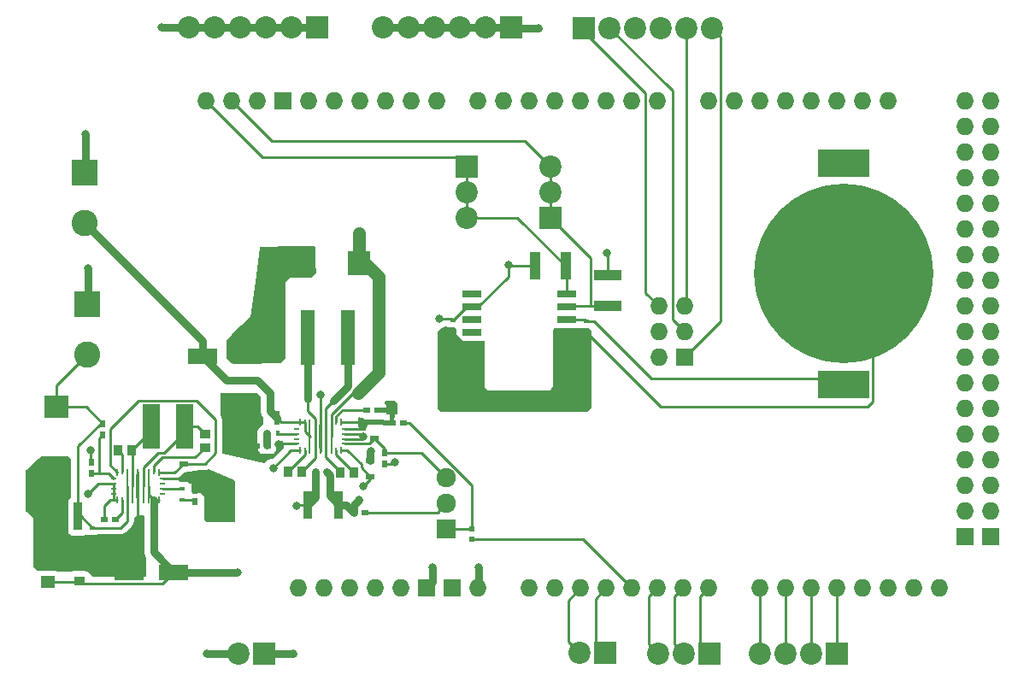
<source format=gtl>
G04 #@! TF.GenerationSoftware,KiCad,Pcbnew,6.0.2+dfsg-1*
G04 #@! TF.CreationDate,2024-03-01T17:34:31+01:00*
G04 #@! TF.ProjectId,controller_pcb,636f6e74-726f-46c6-9c65-725f7063622e,v01*
G04 #@! TF.SameCoordinates,Original*
G04 #@! TF.FileFunction,Copper,L1,Top*
G04 #@! TF.FilePolarity,Positive*
%FSLAX46Y46*%
G04 Gerber Fmt 4.6, Leading zero omitted, Abs format (unit mm)*
G04 Created by KiCad (PCBNEW 6.0.2+dfsg-1) date 2024-03-01 17:34:31*
%MOMM*%
%LPD*%
G01*
G04 APERTURE LIST*
G04 #@! TA.AperFunction,ComponentPad*
%ADD10O,1.727200X1.727200*%
G04 #@! TD*
G04 #@! TA.AperFunction,ComponentPad*
%ADD11R,1.727200X1.727200*%
G04 #@! TD*
G04 #@! TA.AperFunction,SMDPad,CuDef*
%ADD12R,5.080000X2.790000*%
G04 #@! TD*
G04 #@! TA.AperFunction,SMDPad,CuDef*
%ADD13C,17.780000*%
G04 #@! TD*
G04 #@! TA.AperFunction,ComponentPad*
%ADD14C,2.200000*%
G04 #@! TD*
G04 #@! TA.AperFunction,ComponentPad*
%ADD15R,2.200000X2.200000*%
G04 #@! TD*
G04 #@! TA.AperFunction,SMDPad,CuDef*
%ADD16R,1.000000X0.950000*%
G04 #@! TD*
G04 #@! TA.AperFunction,SMDPad,CuDef*
%ADD17R,3.000000X1.600000*%
G04 #@! TD*
G04 #@! TA.AperFunction,SMDPad,CuDef*
%ADD18R,0.600000X0.250000*%
G04 #@! TD*
G04 #@! TA.AperFunction,SMDPad,CuDef*
%ADD19R,0.250000X0.650000*%
G04 #@! TD*
G04 #@! TA.AperFunction,SMDPad,CuDef*
%ADD20R,0.250000X0.600000*%
G04 #@! TD*
G04 #@! TA.AperFunction,SMDPad,CuDef*
%ADD21R,0.250000X3.400000*%
G04 #@! TD*
G04 #@! TA.AperFunction,SMDPad,CuDef*
%ADD22R,0.330000X2.350000*%
G04 #@! TD*
G04 #@! TA.AperFunction,SMDPad,CuDef*
%ADD23R,0.250000X0.525000*%
G04 #@! TD*
G04 #@! TA.AperFunction,SMDPad,CuDef*
%ADD24R,0.990000X0.810000*%
G04 #@! TD*
G04 #@! TA.AperFunction,SMDPad,CuDef*
%ADD25R,0.620000X0.420000*%
G04 #@! TD*
G04 #@! TA.AperFunction,SMDPad,CuDef*
%ADD26R,0.810000X0.990000*%
G04 #@! TD*
G04 #@! TA.AperFunction,SMDPad,CuDef*
%ADD27R,0.750000X0.600000*%
G04 #@! TD*
G04 #@! TA.AperFunction,ComponentPad*
%ADD28R,2.600000X2.600000*%
G04 #@! TD*
G04 #@! TA.AperFunction,ComponentPad*
%ADD29C,2.600000*%
G04 #@! TD*
G04 #@! TA.AperFunction,SMDPad,CuDef*
%ADD30R,0.420000X0.620000*%
G04 #@! TD*
G04 #@! TA.AperFunction,SMDPad,CuDef*
%ADD31R,0.940000X0.540000*%
G04 #@! TD*
G04 #@! TA.AperFunction,SMDPad,CuDef*
%ADD32R,0.920000X2.820000*%
G04 #@! TD*
G04 #@! TA.AperFunction,SMDPad,CuDef*
%ADD33R,0.600000X0.750000*%
G04 #@! TD*
G04 #@! TA.AperFunction,SMDPad,CuDef*
%ADD34R,2.450000X2.300000*%
G04 #@! TD*
G04 #@! TA.AperFunction,ComponentPad*
%ADD35R,1.920000X1.920000*%
G04 #@! TD*
G04 #@! TA.AperFunction,ComponentPad*
%ADD36C,1.920000*%
G04 #@! TD*
G04 #@! TA.AperFunction,SMDPad,CuDef*
%ADD37R,2.300000X2.450000*%
G04 #@! TD*
G04 #@! TA.AperFunction,SMDPad,CuDef*
%ADD38R,1.925000X0.650000*%
G04 #@! TD*
G04 #@! TA.AperFunction,SMDPad,CuDef*
%ADD39R,2.700000X1.100000*%
G04 #@! TD*
G04 #@! TA.AperFunction,SMDPad,CuDef*
%ADD40R,1.100000X2.700000*%
G04 #@! TD*
G04 #@! TA.AperFunction,SMDPad,CuDef*
%ADD41R,1.800000X4.500000*%
G04 #@! TD*
G04 #@! TA.AperFunction,SMDPad,CuDef*
%ADD42R,0.500000X0.475000*%
G04 #@! TD*
G04 #@! TA.AperFunction,SMDPad,CuDef*
%ADD43R,1.450000X1.150000*%
G04 #@! TD*
G04 #@! TA.AperFunction,SMDPad,CuDef*
%ADD44R,0.620000X1.470000*%
G04 #@! TD*
G04 #@! TA.AperFunction,SMDPad,CuDef*
%ADD45R,1.450000X5.500000*%
G04 #@! TD*
G04 #@! TA.AperFunction,ViaPad*
%ADD46C,0.800000*%
G04 #@! TD*
G04 #@! TA.AperFunction,Conductor*
%ADD47C,0.254000*%
G04 #@! TD*
G04 #@! TA.AperFunction,Conductor*
%ADD48C,1.270000*%
G04 #@! TD*
G04 #@! TA.AperFunction,Conductor*
%ADD49C,0.762000*%
G04 #@! TD*
G04 APERTURE END LIST*
D10*
X138540998Y-126746000D03*
X114156998Y-78486000D03*
X111616998Y-78486000D03*
X156447998Y-101346000D03*
X156447998Y-103886000D03*
X125840998Y-126746000D03*
X158987998Y-101346000D03*
X156447998Y-98806000D03*
X123300998Y-126746000D03*
D11*
X189340998Y-121666000D03*
X186800998Y-121666000D03*
X158987998Y-103886000D03*
X136000998Y-126746000D03*
X133460998Y-126746000D03*
X119236998Y-78486000D03*
D10*
X189340998Y-119126000D03*
X186800998Y-119126000D03*
X189340998Y-116586000D03*
X186800998Y-116586000D03*
X189340998Y-114046000D03*
X186800998Y-114046000D03*
X189340998Y-111506000D03*
X186800998Y-111506000D03*
X189340998Y-108966000D03*
X186800998Y-108966000D03*
X189340998Y-106426000D03*
X186800998Y-106426000D03*
X189340998Y-103886000D03*
X186800998Y-103886000D03*
X189340998Y-101346000D03*
X186800998Y-101346000D03*
X189340998Y-98806000D03*
X186800998Y-98806000D03*
X189340998Y-96266000D03*
X186800998Y-96266000D03*
X189340998Y-93726000D03*
X186800998Y-93726000D03*
X189340998Y-91186000D03*
X186800998Y-91186000D03*
X189340998Y-88646000D03*
X186800998Y-88646000D03*
X189340998Y-86106000D03*
X186800998Y-86106000D03*
X189340998Y-83566000D03*
X186800998Y-83566000D03*
X189340998Y-81026000D03*
X186800998Y-81026000D03*
X179180998Y-78486000D03*
X176640998Y-78486000D03*
X174100998Y-78486000D03*
X171560998Y-78486000D03*
X169020998Y-78486000D03*
X166480998Y-78486000D03*
X163940998Y-78486000D03*
X161400998Y-78486000D03*
X121776998Y-78486000D03*
X124316998Y-78486000D03*
X126856998Y-78486000D03*
X129396998Y-78486000D03*
X131936998Y-78486000D03*
X134476998Y-78486000D03*
X138540998Y-78486000D03*
X141080998Y-78486000D03*
X143620998Y-78486000D03*
X146160998Y-78486000D03*
X148700998Y-78486000D03*
X151240998Y-78486000D03*
X153780998Y-78486000D03*
X156320998Y-78486000D03*
X116696998Y-78486000D03*
X184260998Y-126746000D03*
X181720998Y-126746000D03*
X179180998Y-126746000D03*
X176640998Y-126746000D03*
X174100998Y-126746000D03*
X171560998Y-126746000D03*
X169020998Y-126746000D03*
X166480998Y-126746000D03*
X161400998Y-126746000D03*
X158860998Y-126746000D03*
X156320998Y-126746000D03*
X153780998Y-126746000D03*
X151240998Y-126746000D03*
X148700998Y-126746000D03*
X146160998Y-126746000D03*
X143620998Y-126746000D03*
X189340998Y-78486000D03*
X186800998Y-78486000D03*
X158987998Y-98806000D03*
X130920998Y-126746000D03*
X128380998Y-126746000D03*
X120760998Y-126746000D03*
D12*
X174752000Y-106590600D03*
X174752000Y-84620600D03*
D13*
X174752000Y-95605600D03*
D14*
X114833400Y-133223000D03*
D15*
X117373400Y-133223000D03*
D16*
X99034600Y-124422000D03*
X99034600Y-126022000D03*
D17*
X115611000Y-103759000D03*
X111211000Y-103759000D03*
D18*
X102451200Y-115886800D03*
X102451200Y-116386800D03*
X102451200Y-116886800D03*
X102451200Y-117386800D03*
D19*
X102811200Y-118011800D03*
D20*
X103311200Y-118036800D03*
D21*
X103771200Y-116636800D03*
X104311200Y-116636800D03*
D22*
X104851200Y-116636800D03*
D21*
X105391200Y-116636800D03*
X105931200Y-116636800D03*
D20*
X106391200Y-118036800D03*
D19*
X106891200Y-118011800D03*
D18*
X107251200Y-117386800D03*
X107251200Y-116886800D03*
X107251200Y-116386800D03*
X107251200Y-115886800D03*
D19*
X106891200Y-115261800D03*
D20*
X106391200Y-115236800D03*
X103311200Y-115236800D03*
D19*
X102811200Y-115261800D03*
D23*
X104851200Y-118074800D03*
X104851200Y-115198800D03*
D24*
X111475200Y-112856400D03*
X111475200Y-111476400D03*
D25*
X136042403Y-101320588D03*
X136042403Y-100220588D03*
D15*
X151130000Y-133197600D03*
D14*
X148590000Y-133197600D03*
D26*
X102836200Y-113076200D03*
X104216200Y-113076200D03*
D15*
X141782800Y-71221600D03*
D14*
X139242800Y-71221600D03*
X136702800Y-71221600D03*
X134162800Y-71221600D03*
X131622800Y-71221600D03*
X129082800Y-71221600D03*
D27*
X130006000Y-110363000D03*
X131106000Y-110363000D03*
X101507200Y-119964200D03*
X102607200Y-119964200D03*
D25*
X149225000Y-101388000D03*
X149225000Y-100288000D03*
D28*
X99568000Y-85598000D03*
D29*
X99568000Y-90598000D03*
D30*
X116810000Y-108085200D03*
X117910000Y-108085200D03*
D27*
X116556000Y-112657200D03*
X117656000Y-112657200D03*
D14*
X161747200Y-71266689D03*
X159207200Y-71266689D03*
X156667200Y-71266689D03*
X154127200Y-71266689D03*
X151587200Y-71266689D03*
D15*
X149047200Y-71266689D03*
D25*
X109195800Y-117978400D03*
X109195800Y-116878400D03*
D15*
X161493200Y-133248400D03*
D14*
X158953200Y-133248400D03*
X156413200Y-133248400D03*
D31*
X127850200Y-115684200D03*
X127850200Y-114084200D03*
D32*
X121634000Y-118491000D03*
X124714000Y-118491000D03*
D27*
X126196000Y-119253000D03*
X127296000Y-119253000D03*
D28*
X99814000Y-98592000D03*
D29*
X99814000Y-103592000D03*
D15*
X137439400Y-84963000D03*
D14*
X137439400Y-87503000D03*
X137439400Y-90043000D03*
D15*
X174096600Y-133248400D03*
D14*
X171556600Y-133248400D03*
X169016600Y-133248400D03*
X166476600Y-133248400D03*
D15*
X145669000Y-90068400D03*
D14*
X145669000Y-87528400D03*
X145669000Y-84988400D03*
D33*
X100203000Y-114283400D03*
X100203000Y-115383400D03*
D25*
X100304600Y-121860400D03*
X100304600Y-120760400D03*
D26*
X119718000Y-115197200D03*
X121098000Y-115197200D03*
D34*
X96772800Y-114982400D03*
X96772800Y-108782400D03*
D31*
X109348200Y-116009800D03*
X109348200Y-114409800D03*
D15*
X122580400Y-71170800D03*
D14*
X120040400Y-71170800D03*
X117500400Y-71170800D03*
X114960400Y-71170800D03*
X112420400Y-71170800D03*
X109880400Y-71170800D03*
D30*
X117572000Y-111387200D03*
X118672000Y-111387200D03*
D33*
X101372600Y-111543400D03*
X101372600Y-110443400D03*
D35*
X135382000Y-120904000D03*
D36*
X135382000Y-118364000D03*
X135382000Y-115824000D03*
D37*
X120572600Y-94589600D03*
X126772600Y-94589600D03*
D30*
X122398000Y-115197200D03*
X123498000Y-115197200D03*
D33*
X110491200Y-117072800D03*
X110491200Y-118172800D03*
D38*
X137883603Y-97612200D03*
X137883603Y-98882200D03*
X137883603Y-100152200D03*
X137883603Y-101422200D03*
X137883603Y-102692200D03*
X137883603Y-103962200D03*
X137883603Y-105232200D03*
X137883603Y-106502200D03*
X147307603Y-106502200D03*
X147307603Y-105232200D03*
X147307603Y-103962200D03*
X147307603Y-102692200D03*
X147307603Y-101422200D03*
X147307603Y-100152200D03*
X147307603Y-98882200D03*
X147307603Y-97612200D03*
D39*
X151358600Y-98756600D03*
X151358600Y-95756600D03*
D17*
X103972000Y-125171200D03*
X108372000Y-125171200D03*
D40*
X147219800Y-94843600D03*
X144219800Y-94843600D03*
D26*
X126250000Y-115298800D03*
X124870000Y-115298800D03*
D41*
X106142200Y-110744000D03*
X109442200Y-110744000D03*
D42*
X137922000Y-120900000D03*
X137922000Y-121924000D03*
D27*
X128578000Y-109101200D03*
X127478000Y-109101200D03*
D31*
X128270000Y-110333200D03*
X128270000Y-111933200D03*
D33*
X129298000Y-114477200D03*
X129298000Y-113377200D03*
D43*
X95885000Y-124322000D03*
X95885000Y-126122000D03*
D44*
X116576000Y-109863200D03*
X118576000Y-109863200D03*
D32*
X95819400Y-119655000D03*
X98899400Y-119655000D03*
D45*
X125647200Y-101879400D03*
X121647200Y-101879400D03*
D18*
X125336000Y-112459200D03*
X125336000Y-111959200D03*
X125336000Y-111459200D03*
X125336000Y-110959200D03*
D19*
X124976000Y-110334200D03*
D20*
X124476000Y-110309200D03*
D21*
X124016000Y-111709200D03*
X123476000Y-111709200D03*
D22*
X122936000Y-111709200D03*
D21*
X122396000Y-111709200D03*
X121856000Y-111709200D03*
D20*
X121396000Y-110309200D03*
D19*
X120896000Y-110334200D03*
D18*
X120536000Y-110959200D03*
X120536000Y-111459200D03*
X120536000Y-111959200D03*
X120536000Y-112459200D03*
D19*
X120896000Y-113084200D03*
D20*
X121396000Y-113109200D03*
X124476000Y-113109200D03*
D19*
X124976000Y-113084200D03*
D23*
X122936000Y-110271200D03*
X122936000Y-113147200D03*
D46*
X104876600Y-120065800D03*
X122961400Y-107569000D03*
X120218200Y-133223000D03*
X111633000Y-133223000D03*
X107162600Y-71145400D03*
X144500600Y-71247000D03*
X114681000Y-125196600D03*
X138557000Y-124688600D03*
X128676400Y-95935800D03*
X126644400Y-91440000D03*
X126720600Y-117983000D03*
X118262400Y-114833400D03*
X127152400Y-116687600D03*
X117906800Y-103987600D03*
X97637600Y-117119400D03*
X135051800Y-101574600D03*
X115493800Y-110464600D03*
X127889000Y-113207800D03*
X118668800Y-95605600D03*
X111912400Y-119634000D03*
X120573800Y-118592600D03*
X115951000Y-108077000D03*
X110515400Y-115925600D03*
X117906800Y-102971600D03*
X130327400Y-114300000D03*
X118668800Y-93700600D03*
X149148800Y-102336600D03*
X100177600Y-113055400D03*
X127177800Y-111734600D03*
X99872800Y-117449600D03*
X118770400Y-112522000D03*
X99872800Y-95097600D03*
X134035800Y-124688600D03*
X115519200Y-109372400D03*
X99618800Y-81762600D03*
X111633000Y-116967000D03*
X127177800Y-110667800D03*
X135940800Y-102463600D03*
X129997200Y-108889800D03*
X141528800Y-94716600D03*
X151307800Y-93573600D03*
X134721600Y-100076000D03*
D47*
X102136800Y-118011800D02*
X102460200Y-118011800D01*
X102460200Y-118011800D02*
X102811200Y-118011800D01*
X102451200Y-116386800D02*
X102451200Y-118002800D01*
X102451200Y-118002800D02*
X102460200Y-118011800D01*
X99872800Y-117449600D02*
X100935600Y-116386800D01*
X100935600Y-116386800D02*
X102451200Y-116386800D01*
X104851200Y-118074800D02*
X104851200Y-120040400D01*
X104851200Y-120040400D02*
X104876600Y-120065800D01*
X104851200Y-116636800D02*
X104851200Y-118074800D01*
X104851200Y-115198800D02*
X104851200Y-116636800D01*
X122936000Y-110271200D02*
X122936000Y-107594400D01*
X122936000Y-107594400D02*
X122961400Y-107569000D01*
X122936000Y-111709200D02*
X122936000Y-110271200D01*
X122936000Y-113147200D02*
X122936000Y-111709200D01*
X124016000Y-109549804D02*
X127165204Y-106400600D01*
D48*
X128676400Y-105385288D02*
X126657444Y-107404244D01*
X128676400Y-104902000D02*
X128676400Y-105385288D01*
D47*
X127850200Y-115684200D02*
X127850200Y-115989800D01*
X127850200Y-115989800D02*
X127152400Y-116687600D01*
X125336000Y-110959200D02*
X126886400Y-110959200D01*
X126886400Y-110959200D02*
X127177800Y-110667800D01*
X124976000Y-110334200D02*
X126844200Y-110334200D01*
X126844200Y-110334200D02*
X127177800Y-110667800D01*
X126981511Y-114477289D02*
X126981511Y-114815511D01*
X126981511Y-114815511D02*
X127850200Y-115684200D01*
X125588422Y-113084200D02*
X126981511Y-114477289D01*
X127296000Y-119253000D02*
X134493000Y-119253000D01*
X134493000Y-119253000D02*
X135382000Y-118364000D01*
D49*
X126720600Y-117983000D02*
X126196000Y-118507600D01*
X126196000Y-118507600D02*
X126196000Y-119253000D01*
D47*
X159207200Y-98586800D02*
X159207200Y-71266689D01*
D49*
X114833400Y-133223000D02*
X111633000Y-133223000D01*
X117373400Y-133223000D02*
X120218200Y-133223000D01*
D47*
X158988000Y-98806000D02*
X159207200Y-98586800D01*
X158988000Y-103886000D02*
X162591111Y-100282889D01*
X162591111Y-72110600D02*
X161747200Y-71266689D01*
X162591111Y-100282889D02*
X162591111Y-72110600D01*
D49*
X107162600Y-71145400D02*
X109855000Y-71145400D01*
X109855000Y-71145400D02*
X109880400Y-71170800D01*
X131622800Y-71221600D02*
X129082800Y-71221600D01*
X134162800Y-71221600D02*
X131622800Y-71221600D01*
X136702800Y-71221600D02*
X134162800Y-71221600D01*
X139242800Y-71221600D02*
X136702800Y-71221600D01*
X141782800Y-71221600D02*
X139242800Y-71221600D01*
X144500600Y-71247000D02*
X141808200Y-71247000D01*
X141808200Y-71247000D02*
X141782800Y-71221600D01*
X138557000Y-124688600D02*
X138557000Y-126730000D01*
X138557000Y-126730000D02*
X138541000Y-126746000D01*
D47*
X148701000Y-126746000D02*
X147490001Y-127956999D01*
X147490001Y-132097601D02*
X148590000Y-133197600D01*
X147490001Y-127956999D02*
X147490001Y-132097601D01*
X137922000Y-121924000D02*
X148959000Y-121924000D01*
X148959000Y-121924000D02*
X153781000Y-126746000D01*
X156321000Y-126746000D02*
X155457401Y-127609599D01*
X155457401Y-132292601D02*
X156413200Y-133248400D01*
X155457401Y-127609599D02*
X155457401Y-132292601D01*
X157997401Y-132292601D02*
X158953200Y-133248400D01*
X157997401Y-127609599D02*
X157997401Y-132292601D01*
X158861000Y-126746000D02*
X157997401Y-127609599D01*
X161401000Y-126746000D02*
X160537401Y-127609599D01*
X160537401Y-127609599D02*
X160537401Y-132292601D01*
X160537401Y-132292601D02*
X161493200Y-133248400D01*
X166481000Y-126746000D02*
X166481000Y-133244000D01*
X166481000Y-133244000D02*
X166476600Y-133248400D01*
X171561000Y-126746000D02*
X171561000Y-133244000D01*
X171561000Y-133244000D02*
X171556600Y-133248400D01*
X174101000Y-133244000D02*
X174096600Y-133248400D01*
X174101000Y-126746000D02*
X174101000Y-133244000D01*
X137439400Y-87503000D02*
X137439400Y-90043000D01*
X147307603Y-94931403D02*
X147219800Y-94843600D01*
X117163479Y-84032479D02*
X136508879Y-84032479D01*
X136508879Y-84032479D02*
X137439400Y-84963000D01*
X147307603Y-97612200D02*
X147307603Y-94931403D01*
X137439400Y-90043000D02*
X142419200Y-90043000D01*
X137439400Y-84963000D02*
X137439400Y-87503000D01*
X142419200Y-90043000D02*
X147219800Y-94843600D01*
X111617000Y-78486000D02*
X117163479Y-84032479D01*
X147433203Y-98756600D02*
X147307603Y-98882200D01*
X149682089Y-98704511D02*
X149630000Y-98756600D01*
X143129000Y-82448400D02*
X118119400Y-82448400D01*
X145669000Y-87528400D02*
X145669000Y-90068400D01*
X151358600Y-98756600D02*
X149630000Y-98756600D01*
X149682089Y-94081489D02*
X149682089Y-98704511D01*
X118119400Y-82448400D02*
X114157000Y-78486000D01*
X147433203Y-98756600D02*
X149630000Y-98756600D01*
X145669000Y-84988400D02*
X143129000Y-82448400D01*
X145669000Y-90068400D02*
X149682089Y-94081489D01*
X145669000Y-84988400D02*
X145669000Y-87528400D01*
X124476000Y-113109200D02*
X124476000Y-113524800D01*
X126250000Y-115298800D02*
X124476000Y-113524800D01*
X123476000Y-111709200D02*
X123476000Y-108934000D01*
D49*
X125647200Y-101879400D02*
X125647200Y-106609080D01*
X125647200Y-106762800D02*
X124231400Y-108178600D01*
D47*
X124870000Y-115208800D02*
X123476000Y-113814800D01*
X124870000Y-115298800D02*
X124870000Y-115208800D01*
X123476000Y-108934000D02*
X124231400Y-108178600D01*
D49*
X125647200Y-106609080D02*
X125647200Y-106762800D01*
D47*
X123476000Y-113814800D02*
X123476000Y-111709200D01*
X103311200Y-113551200D02*
X103311200Y-115236800D01*
X102836200Y-113076200D02*
X103311200Y-113551200D01*
X104311200Y-113171200D02*
X104311200Y-116636800D01*
X106142200Y-111150200D02*
X104216200Y-113076200D01*
X106142200Y-110744000D02*
X106142200Y-111150200D01*
X104216200Y-113076200D02*
X104311200Y-113171200D01*
X121396000Y-113519200D02*
X119718000Y-115197200D01*
X121396000Y-113519200D02*
X121396000Y-113109200D01*
X121640600Y-108051600D02*
X121640600Y-109188089D01*
X122396000Y-113899200D02*
X121098000Y-115197200D01*
D49*
X121647200Y-108045000D02*
X121647200Y-101879400D01*
D47*
X122396000Y-109943489D02*
X122396000Y-111709200D01*
X122396000Y-111709200D02*
X122396000Y-113899200D01*
D49*
X121640600Y-108051600D02*
X121647200Y-108045000D01*
D47*
X121640600Y-109188089D02*
X122396000Y-109943489D01*
X110518311Y-113813289D02*
X111475200Y-112856400D01*
X106391200Y-115236800D02*
X106391200Y-114658778D01*
X107236689Y-113813289D02*
X110518311Y-113813289D01*
X106391200Y-114658778D02*
X107236689Y-113813289D01*
X107405489Y-113320511D02*
X109442200Y-111283800D01*
X110742800Y-110744000D02*
X111475200Y-111476400D01*
X105391200Y-114750600D02*
X105391200Y-116636800D01*
X106821289Y-113320511D02*
X107405489Y-113320511D01*
X109442200Y-110744000D02*
X110742800Y-110744000D01*
X105391200Y-114750600D02*
X106821289Y-113320511D01*
X109195800Y-116878400D02*
X107259600Y-116878400D01*
X107259600Y-116878400D02*
X107251200Y-116886800D01*
X118672000Y-111387200D02*
X118792489Y-111507689D01*
X120536000Y-111459200D02*
X118744000Y-111459200D01*
X96772800Y-108782400D02*
X96772800Y-106633200D01*
X96772800Y-106633200D02*
X99814000Y-103592000D01*
X96772800Y-108782400D02*
X99711600Y-108782400D01*
X98899400Y-119655000D02*
X98899400Y-112688578D01*
D49*
X125434000Y-118491000D02*
X126196000Y-119253000D01*
D47*
X100304600Y-120760400D02*
X103139022Y-120760400D01*
D49*
X124714000Y-118491000D02*
X125434000Y-118491000D01*
X126772600Y-91568200D02*
X126644400Y-91440000D01*
X123825000Y-117602000D02*
X124714000Y-118491000D01*
D47*
X98899400Y-119655000D02*
X99199200Y-119655000D01*
D48*
X127330200Y-94589600D02*
X128676400Y-95935800D01*
D47*
X101144578Y-110443400D02*
X101372600Y-110443400D01*
X99711600Y-108782400D02*
X101372600Y-110443400D01*
X124016000Y-111709200D02*
X124016000Y-109549804D01*
X99199200Y-119655000D02*
X100304600Y-120760400D01*
X103811200Y-120088222D02*
X103811200Y-116636800D01*
X98899400Y-112688578D02*
X101144578Y-110443400D01*
D48*
X126772600Y-94589600D02*
X126772600Y-91568200D01*
D49*
X123825000Y-115524200D02*
X123825000Y-117602000D01*
D47*
X103139022Y-120760400D02*
X103811200Y-120088222D01*
D49*
X123825000Y-115524200D02*
X123498000Y-115197200D01*
X126772600Y-94589600D02*
X127330200Y-94589600D01*
D48*
X128676400Y-95935800D02*
X128676400Y-104902000D01*
D47*
X131740402Y-110363000D02*
X137922000Y-116544598D01*
X137918000Y-120904000D02*
X137922000Y-120900000D01*
X135382000Y-120904000D02*
X137918000Y-120904000D01*
X137922000Y-116544598D02*
X137922000Y-120900000D01*
X131106000Y-110363000D02*
X131740402Y-110363000D01*
D49*
X117572000Y-111387200D02*
X117572000Y-112573200D01*
D47*
X117572000Y-112573200D02*
X117656000Y-112657200D01*
X109195800Y-117978400D02*
X110296800Y-117978400D01*
X110296800Y-117978400D02*
X110491200Y-118172800D01*
X129298000Y-113377200D02*
X132935200Y-113377200D01*
X129298000Y-112961200D02*
X128270000Y-111933200D01*
X129298000Y-113377200D02*
X129298000Y-112961200D01*
X125336000Y-112459200D02*
X127744000Y-112459200D01*
X132935200Y-113377200D02*
X135382000Y-115824000D01*
X127744000Y-112459200D02*
X128270000Y-111933200D01*
X120011600Y-113084200D02*
X118262400Y-114833400D01*
X124976000Y-113084200D02*
X125588422Y-113084200D01*
X120896000Y-113084200D02*
X120011600Y-113084200D01*
X112522000Y-113362622D02*
X111474822Y-114409800D01*
X112522000Y-110032800D02*
X112522000Y-113362622D01*
X102811200Y-115261800D02*
X102104689Y-114555289D01*
X106891200Y-115261800D02*
X108496200Y-115261800D01*
X104915689Y-108167489D02*
X110656689Y-108167489D01*
X108496200Y-115261800D02*
X109348200Y-114409800D01*
X110656689Y-108167489D02*
X112522000Y-110032800D01*
X111474822Y-114409800D02*
X109348200Y-114409800D01*
X102104689Y-114555289D02*
X102104689Y-110978489D01*
X102104689Y-110978489D02*
X104915689Y-108167489D01*
X147307603Y-100152200D02*
X149089200Y-100152200D01*
X149089200Y-100152200D02*
X149225000Y-100288000D01*
X149225000Y-100288000D02*
X150007243Y-100288000D01*
X155674843Y-105955600D02*
X174752000Y-105955600D01*
X150007243Y-100288000D02*
X155674843Y-105955600D01*
X124476000Y-110309200D02*
X124476000Y-109731178D01*
X125105978Y-109101200D02*
X127478000Y-109101200D01*
X124476000Y-109731178D02*
X125105978Y-109101200D01*
X101372600Y-111543400D02*
X101017889Y-111898111D01*
X101017889Y-111898111D02*
X101017889Y-115267289D01*
X100203000Y-115383400D02*
X101134000Y-115383400D01*
X101947800Y-115383400D02*
X102451200Y-115886800D01*
X101134000Y-115383400D02*
X101947800Y-115383400D01*
X101017889Y-115267289D02*
X101134000Y-115383400D01*
X103311200Y-118036800D02*
X103311200Y-119260200D01*
X103311200Y-119260200D02*
X102607200Y-119964200D01*
X150199479Y-132267079D02*
X151130000Y-133197600D01*
X150199479Y-127787521D02*
X150199479Y-132267079D01*
X151241000Y-126746000D02*
X150199479Y-127787521D01*
X169021000Y-133244000D02*
X169016600Y-133248400D01*
X169021000Y-126746000D02*
X169021000Y-133244000D01*
X177618511Y-97837111D02*
X177618511Y-108312111D01*
X103068600Y-125039600D02*
X103972000Y-125039600D01*
D49*
X114960400Y-71170800D02*
X117500400Y-71170800D01*
X99872800Y-95097600D02*
X99872800Y-98533200D01*
X109880400Y-71170800D02*
X112420400Y-71170800D01*
D47*
X147307603Y-105232200D02*
X147307603Y-103962200D01*
X126902400Y-111459200D02*
X127177800Y-111734600D01*
X147307603Y-101422200D02*
X149190800Y-101422200D01*
X177618511Y-108312111D02*
X177117022Y-108813600D01*
D49*
X122398000Y-117727000D02*
X121634000Y-118491000D01*
D47*
X137883603Y-105232200D02*
X137883603Y-106502200D01*
D49*
X112420400Y-71170800D02*
X114960400Y-71170800D01*
D47*
X128578000Y-109101200D02*
X128578000Y-108912000D01*
X125336000Y-111959200D02*
X126953200Y-111959200D01*
X116576000Y-112637200D02*
X116556000Y-112657200D01*
X137246103Y-102692200D02*
X136042403Y-101488500D01*
X129298000Y-114477200D02*
X130150200Y-114477200D01*
X177117022Y-108813600D02*
X156650600Y-108813600D01*
X121634000Y-118491000D02*
X120675400Y-118491000D01*
X100177600Y-113055400D02*
X100177600Y-114258000D01*
X125336000Y-111459200D02*
X126902400Y-111459200D01*
X109225200Y-115886800D02*
X109348200Y-116009800D01*
X147307603Y-103962200D02*
X147307603Y-102692200D01*
X149190800Y-101422200D02*
X149225000Y-101388000D01*
X101507200Y-118641400D02*
X102136800Y-118011800D01*
D49*
X99618800Y-81762600D02*
X99618800Y-85547200D01*
X120040400Y-71170800D02*
X122580400Y-71170800D01*
D47*
X147307603Y-106502200D02*
X147307603Y-105232200D01*
X137883603Y-102692200D02*
X137883603Y-103962200D01*
D49*
X99872800Y-98533200D02*
X99814000Y-98592000D01*
D47*
X120675400Y-118491000D02*
X120573800Y-118592600D01*
X137883603Y-102692200D02*
X137246103Y-102692200D01*
D49*
X127850200Y-114084200D02*
X127850200Y-113246600D01*
D47*
X130150200Y-114477200D02*
X130327400Y-114300000D01*
X137883603Y-103962200D02*
X137883603Y-105232200D01*
D49*
X122398000Y-115197200D02*
X122398000Y-117727000D01*
D47*
X109348200Y-116009800D02*
X109428200Y-116009800D01*
D49*
X117500400Y-71170800D02*
X120040400Y-71170800D01*
D47*
X101507200Y-119964200D02*
X101507200Y-118641400D01*
X107251200Y-115886800D02*
X109225200Y-115886800D01*
D49*
X134035800Y-126171200D02*
X133461000Y-126746000D01*
X134035800Y-124688600D02*
X134035800Y-126171200D01*
D47*
X126953200Y-111959200D02*
X127177800Y-111734600D01*
X136042403Y-101488500D02*
X136042403Y-101320588D01*
X156650600Y-108813600D02*
X149225000Y-101388000D01*
X100177600Y-114258000D02*
X100203000Y-114283400D01*
X120536000Y-112459200D02*
X118758400Y-112459200D01*
X147307603Y-102692200D02*
X147307603Y-101422200D01*
X118758400Y-112459200D02*
X118745000Y-112445800D01*
D49*
X99618800Y-85547200D02*
X99568000Y-85598000D01*
D47*
X155117800Y-77698600D02*
X149047200Y-71628000D01*
X155117800Y-97475800D02*
X155117800Y-77698600D01*
X156448000Y-98806000D02*
X155117800Y-97475800D01*
X149047200Y-71628000D02*
X149047200Y-71266689D01*
X158988000Y-101346000D02*
X157797889Y-100155889D01*
X157797889Y-100155889D02*
X157797889Y-77477378D01*
X157797889Y-77477378D02*
X151587200Y-71266689D01*
X98833000Y-126122000D02*
X99060000Y-125895000D01*
X151358600Y-93624400D02*
X151307800Y-93573600D01*
X144219800Y-94843600D02*
X141655800Y-94843600D01*
X136042403Y-100220588D02*
X137380791Y-98882200D01*
X137883603Y-98882200D02*
X138521103Y-98882200D01*
X99034600Y-126022000D02*
X99310311Y-126297711D01*
X95885000Y-126122000D02*
X98833000Y-126122000D01*
X135897815Y-100076000D02*
X136042403Y-100220588D01*
X107245489Y-126297711D02*
X108372000Y-125171200D01*
X137380791Y-98882200D02*
X137883603Y-98882200D01*
X105891200Y-117536800D02*
X106391200Y-118036800D01*
D49*
X108372000Y-125171200D02*
X114579400Y-125171200D01*
D47*
X138521103Y-98882200D02*
X141528800Y-95874503D01*
X105891200Y-116636800D02*
X105891200Y-117536800D01*
X99310311Y-126297711D02*
X107245489Y-126297711D01*
D49*
X106391200Y-123190400D02*
X108372000Y-125171200D01*
D47*
X106391200Y-118036800D02*
X106866200Y-118036800D01*
X141655800Y-94843600D02*
X141528800Y-94716600D01*
X151358600Y-95756600D02*
X151358600Y-93624400D01*
X134721600Y-100076000D02*
X135897815Y-100076000D01*
X106866200Y-118036800D02*
X106891200Y-118011800D01*
D49*
X106391200Y-118036800D02*
X106391200Y-123190400D01*
D47*
X141528800Y-95874503D02*
X141528800Y-94716600D01*
D49*
X113588800Y-106146600D02*
X111211000Y-103768800D01*
D47*
X121396000Y-110309200D02*
X121396000Y-111209200D01*
D49*
X117910000Y-107419800D02*
X116636800Y-106146600D01*
X117910000Y-108085200D02*
X117910000Y-109197200D01*
X99568000Y-90598000D02*
X111211000Y-102241000D01*
X111211000Y-102241000D02*
X111211000Y-103759000D01*
X117910000Y-108085200D02*
X117910000Y-107419800D01*
X116636800Y-106146600D02*
X113588800Y-106146600D01*
D47*
X120896000Y-110334200D02*
X119047000Y-110334200D01*
X120896000Y-110334200D02*
X121371000Y-110334200D01*
X119047000Y-110334200D02*
X118576000Y-109863200D01*
D49*
X111211000Y-103768800D02*
X111211000Y-103759000D01*
D47*
X121371000Y-110334200D02*
X121396000Y-110309200D01*
D49*
X117910000Y-109197200D02*
X118576000Y-109863200D01*
D47*
X121396000Y-111209200D02*
X121896000Y-111709200D01*
G04 #@! TA.AperFunction,Conductor*
G36*
X116639388Y-107411202D02*
G01*
X116660362Y-107428105D01*
X116983595Y-107751338D01*
X117017621Y-107813650D01*
X117020500Y-107840433D01*
X117020500Y-109117275D01*
X117018949Y-109136985D01*
X117016826Y-109150390D01*
X117017171Y-109156978D01*
X117017171Y-109156982D01*
X117020327Y-109217199D01*
X117020500Y-109223793D01*
X117020500Y-109243820D01*
X117020844Y-109247091D01*
X117020844Y-109247095D01*
X117022593Y-109263739D01*
X117023110Y-109270313D01*
X117026611Y-109337115D01*
X117028320Y-109343492D01*
X117028320Y-109343493D01*
X117030124Y-109350223D01*
X117033728Y-109369670D01*
X117035145Y-109383156D01*
X117037187Y-109389440D01*
X117055818Y-109446782D01*
X117057691Y-109453106D01*
X117075006Y-109517724D01*
X117081167Y-109529816D01*
X117088730Y-109548075D01*
X117092925Y-109560985D01*
X117112167Y-109594313D01*
X117126376Y-109618924D01*
X117129523Y-109624720D01*
X117159893Y-109684325D01*
X117164050Y-109689458D01*
X117168432Y-109694870D01*
X117179625Y-109711155D01*
X117183116Y-109717202D01*
X117183119Y-109717205D01*
X117186415Y-109722915D01*
X117190829Y-109727817D01*
X117194714Y-109733164D01*
X117192978Y-109734425D01*
X117219355Y-109789398D01*
X117221000Y-109809693D01*
X117221000Y-110487970D01*
X117200998Y-110556091D01*
X117146250Y-110603076D01*
X117130835Y-110609939D01*
X117130827Y-110609944D01*
X117124800Y-110612627D01*
X117119459Y-110616507D01*
X117119458Y-110616508D01*
X116984249Y-110714743D01*
X116973530Y-110722531D01*
X116848415Y-110861485D01*
X116754925Y-111023415D01*
X116697145Y-111201244D01*
X116682500Y-111340580D01*
X116682500Y-112619820D01*
X116697145Y-112759156D01*
X116754925Y-112936985D01*
X116758229Y-112942708D01*
X116760913Y-112948736D01*
X116758708Y-112949718D01*
X116771793Y-112998548D01*
X116772316Y-112998520D01*
X116772450Y-113001002D01*
X116772500Y-113001187D01*
X116772500Y-113005334D01*
X116779255Y-113067516D01*
X116830385Y-113203905D01*
X116917739Y-113320461D01*
X117034295Y-113407815D01*
X117170684Y-113458945D01*
X117232866Y-113465700D01*
X118079134Y-113465700D01*
X118141316Y-113458945D01*
X118277705Y-113407815D01*
X118394261Y-113320461D01*
X118481615Y-113203905D01*
X118532745Y-113067516D01*
X118539500Y-113005334D01*
X118539500Y-112331700D01*
X118559502Y-112263579D01*
X118613158Y-112217086D01*
X118665500Y-112205700D01*
X118930134Y-112205700D01*
X118992316Y-112198945D01*
X119055733Y-112175171D01*
X119126541Y-112169988D01*
X119189058Y-112204058D01*
X119216095Y-112231095D01*
X119250121Y-112293407D01*
X119253000Y-112320190D01*
X119253000Y-112891877D01*
X119232998Y-112959998D01*
X119216095Y-112980972D01*
X118309072Y-113887995D01*
X118246760Y-113922021D01*
X118219977Y-113924900D01*
X118166913Y-113924900D01*
X118160461Y-113926272D01*
X118160456Y-113926272D01*
X118094490Y-113940294D01*
X117980112Y-113964606D01*
X117974082Y-113967291D01*
X117974081Y-113967291D01*
X117821763Y-114035107D01*
X117770514Y-114046000D01*
X117652800Y-114046000D01*
X117447785Y-114333021D01*
X117391915Y-114376827D01*
X117316714Y-114382510D01*
X113254959Y-113437916D01*
X113193140Y-113403004D01*
X113160009Y-113340211D01*
X113157500Y-113315191D01*
X113157500Y-110111820D01*
X113158030Y-110100586D01*
X113159708Y-110093081D01*
X113157562Y-110024788D01*
X113157500Y-110020831D01*
X113157500Y-109992817D01*
X113156992Y-109988796D01*
X113156058Y-109976944D01*
X113154914Y-109940518D01*
X113154914Y-109940517D01*
X113154665Y-109932595D01*
X113148987Y-109913051D01*
X113144977Y-109893688D01*
X113143420Y-109881360D01*
X113143420Y-109881358D01*
X113142427Y-109873501D01*
X113139511Y-109866137D01*
X113139510Y-109866132D01*
X113126093Y-109832244D01*
X113122248Y-109821015D01*
X113112081Y-109786022D01*
X113109869Y-109778407D01*
X113105830Y-109771577D01*
X113099512Y-109760894D01*
X113090812Y-109743136D01*
X113086239Y-109731585D01*
X113086235Y-109731579D01*
X113083319Y-109724212D01*
X113057232Y-109688306D01*
X113050724Y-109678399D01*
X113047548Y-109673029D01*
X113030000Y-109608888D01*
X113030000Y-107517200D01*
X113050002Y-107449079D01*
X113103658Y-107402586D01*
X113156000Y-107391200D01*
X116571267Y-107391200D01*
X116639388Y-107411202D01*
G37*
G04 #@! TD.AperFunction*
G04 #@! TA.AperFunction,Conductor*
G36*
X130267131Y-108224002D02*
G01*
X130288105Y-108240905D01*
X130519095Y-108471895D01*
X130553121Y-108534207D01*
X130556000Y-108560990D01*
X130556000Y-109429049D01*
X130535998Y-109497170D01*
X130482342Y-109543663D01*
X130429089Y-109553757D01*
X130429089Y-109555000D01*
X130278115Y-109555000D01*
X130262876Y-109559475D01*
X130261671Y-109560865D01*
X130260000Y-109568548D01*
X130260000Y-109847830D01*
X130251982Y-109892060D01*
X130229255Y-109952684D01*
X130222500Y-110014866D01*
X130222500Y-110491000D01*
X130202498Y-110559121D01*
X130148842Y-110605614D01*
X130096500Y-110617000D01*
X129156593Y-110617000D01*
X129088472Y-110596998D01*
X129077813Y-110589019D01*
X129069452Y-110587200D01*
X127310116Y-110587200D01*
X127294877Y-110591675D01*
X127293672Y-110593065D01*
X127292001Y-110600748D01*
X127292001Y-110647869D01*
X127292371Y-110654690D01*
X127297895Y-110705552D01*
X127301521Y-110720804D01*
X127346676Y-110841254D01*
X127355214Y-110856849D01*
X127431715Y-110958924D01*
X127433496Y-110960705D01*
X127434694Y-110962899D01*
X127437096Y-110966104D01*
X127436633Y-110966451D01*
X127467522Y-111023017D01*
X127462457Y-111093832D01*
X127419910Y-111150668D01*
X127353390Y-111175479D01*
X127344401Y-111175800D01*
X126952737Y-111175800D01*
X126884616Y-111155798D01*
X126838866Y-111103739D01*
X126714531Y-110841254D01*
X126656529Y-110718805D01*
X126644400Y-110664867D01*
X126644400Y-109944899D01*
X126664402Y-109876778D01*
X126718058Y-109830285D01*
X126788332Y-109820181D01*
X126845964Y-109844072D01*
X126856295Y-109851815D01*
X126992684Y-109902945D01*
X127054866Y-109909700D01*
X127166000Y-109909700D01*
X127234121Y-109929702D01*
X127280614Y-109983358D01*
X127292000Y-110035700D01*
X127292000Y-110061085D01*
X127296475Y-110076324D01*
X127297865Y-110077529D01*
X127305548Y-110079200D01*
X129214407Y-110079200D01*
X129282528Y-110099202D01*
X129293187Y-110107181D01*
X129301548Y-110109000D01*
X129733885Y-110109000D01*
X129749124Y-110104525D01*
X129750329Y-110103135D01*
X129752000Y-110095452D01*
X129752000Y-109573116D01*
X129747525Y-109557877D01*
X129746135Y-109556672D01*
X129738452Y-109555001D01*
X129587000Y-109555001D01*
X129518879Y-109534999D01*
X129472386Y-109481343D01*
X129461000Y-109429001D01*
X129461000Y-109373315D01*
X129456525Y-109358076D01*
X129455135Y-109356871D01*
X129447452Y-109355200D01*
X128487500Y-109355200D01*
X128419379Y-109335198D01*
X128372886Y-109281542D01*
X128361500Y-109229200D01*
X128361500Y-108973200D01*
X128381502Y-108905079D01*
X128435158Y-108858586D01*
X128487500Y-108847200D01*
X129442884Y-108847200D01*
X129458123Y-108842725D01*
X129459328Y-108841335D01*
X129460999Y-108833652D01*
X129460999Y-108756531D01*
X129460629Y-108749710D01*
X129455105Y-108698848D01*
X129451479Y-108683596D01*
X129406324Y-108563146D01*
X129397786Y-108547551D01*
X129321285Y-108445476D01*
X129308722Y-108432913D01*
X129305936Y-108430825D01*
X129303867Y-108428058D01*
X129302374Y-108426565D01*
X129302590Y-108426349D01*
X129263421Y-108373966D01*
X129258397Y-108303147D01*
X129292457Y-108240854D01*
X129354788Y-108206864D01*
X129381502Y-108204000D01*
X130199010Y-108204000D01*
X130267131Y-108224002D01*
G37*
G04 #@! TD.AperFunction*
G04 #@! TA.AperFunction,Conductor*
G36*
X97932931Y-113685002D02*
G01*
X97953905Y-113701905D01*
X98134095Y-113882095D01*
X98168121Y-113944407D01*
X98171000Y-113971190D01*
X98171000Y-117747618D01*
X98150998Y-117815739D01*
X98120566Y-117848443D01*
X98076139Y-117881739D01*
X97988785Y-117998295D01*
X97937655Y-118134684D01*
X97930900Y-118196866D01*
X97930900Y-121113134D01*
X97937655Y-121175316D01*
X97988785Y-121311705D01*
X98076139Y-121428261D01*
X98192695Y-121515615D01*
X98329084Y-121566745D01*
X98391266Y-121573500D01*
X99407534Y-121573500D01*
X99469716Y-121566745D01*
X99606105Y-121515615D01*
X99682319Y-121458496D01*
X99748824Y-121433648D01*
X99802111Y-121441340D01*
X99884284Y-121472145D01*
X99946466Y-121478900D01*
X100662734Y-121478900D01*
X100724916Y-121472145D01*
X100827623Y-121433642D01*
X100852903Y-121424165D01*
X100852904Y-121424164D01*
X100861305Y-121421015D01*
X100868487Y-121415633D01*
X100876252Y-121411381D01*
X100936762Y-121395900D01*
X103060002Y-121395900D01*
X103071236Y-121396430D01*
X103078741Y-121398108D01*
X103147034Y-121395962D01*
X103150991Y-121395900D01*
X103179005Y-121395900D01*
X103182930Y-121395404D01*
X103182931Y-121395404D01*
X103183026Y-121395392D01*
X103194871Y-121394459D01*
X103224692Y-121393522D01*
X103231304Y-121393314D01*
X103231305Y-121393314D01*
X103239227Y-121393065D01*
X103258771Y-121387387D01*
X103278134Y-121383377D01*
X103290462Y-121381820D01*
X103290464Y-121381820D01*
X103298321Y-121380827D01*
X103305685Y-121377911D01*
X103305690Y-121377910D01*
X103339578Y-121364493D01*
X103350807Y-121360648D01*
X103367487Y-121355802D01*
X103393415Y-121348269D01*
X103400242Y-121344231D01*
X103400245Y-121344230D01*
X103410928Y-121337912D01*
X103428686Y-121329212D01*
X103440237Y-121324639D01*
X103440243Y-121324635D01*
X103447610Y-121321719D01*
X103483513Y-121295634D01*
X103493432Y-121289119D01*
X103524790Y-121270574D01*
X103524794Y-121270571D01*
X103531620Y-121266534D01*
X103546004Y-121252150D01*
X103561038Y-121239309D01*
X103571095Y-121232002D01*
X103577509Y-121227342D01*
X103605800Y-121193144D01*
X103613789Y-121184365D01*
X104204677Y-120593477D01*
X104213003Y-120585900D01*
X104219503Y-120581775D01*
X104266301Y-120531940D01*
X104269055Y-120529099D01*
X104288838Y-120509316D01*
X104291329Y-120506105D01*
X104299038Y-120497078D01*
X104323989Y-120470508D01*
X104329417Y-120464728D01*
X104339222Y-120446893D01*
X104350076Y-120430369D01*
X104357691Y-120420552D01*
X104357692Y-120420551D01*
X104362549Y-120414289D01*
X104380169Y-120373572D01*
X104385392Y-120362911D01*
X104402949Y-120330975D01*
X104402951Y-120330970D01*
X104406769Y-120324025D01*
X104408739Y-120316351D01*
X104408742Y-120316344D01*
X104411832Y-120304309D01*
X104418236Y-120285604D01*
X104423167Y-120274209D01*
X104426317Y-120266930D01*
X104433260Y-120223095D01*
X104435667Y-120211473D01*
X104446700Y-120168504D01*
X104446700Y-120148157D01*
X104448251Y-120128446D01*
X104450195Y-120116172D01*
X104451435Y-120108343D01*
X104447259Y-120064166D01*
X104446700Y-120052308D01*
X104446700Y-119899268D01*
X104466702Y-119831147D01*
X104481703Y-119812116D01*
X104712393Y-119571248D01*
X104773956Y-119535886D01*
X104803390Y-119532400D01*
X105375700Y-119532400D01*
X105443821Y-119552402D01*
X105490314Y-119606058D01*
X105501700Y-119658400D01*
X105501700Y-123110475D01*
X105500149Y-123130185D01*
X105498026Y-123143590D01*
X105498371Y-123150178D01*
X105498371Y-123150182D01*
X105501527Y-123210399D01*
X105501700Y-123216993D01*
X105501700Y-123237020D01*
X105502044Y-123240291D01*
X105502044Y-123240295D01*
X105503793Y-123256939D01*
X105504310Y-123263513D01*
X105507811Y-123330315D01*
X105509520Y-123336692D01*
X105509520Y-123336693D01*
X105511324Y-123343423D01*
X105514928Y-123362870D01*
X105516345Y-123376356D01*
X105518387Y-123382640D01*
X105537018Y-123439982D01*
X105538891Y-123446306D01*
X105556206Y-123510924D01*
X105562367Y-123523016D01*
X105569930Y-123541275D01*
X105574125Y-123554185D01*
X105604257Y-123606375D01*
X105607576Y-123612124D01*
X105610723Y-123617920D01*
X105641093Y-123677525D01*
X105643898Y-123680989D01*
X105664000Y-123748854D01*
X105664000Y-125536211D01*
X105643998Y-125604332D01*
X105590342Y-125650825D01*
X105538000Y-125662211D01*
X100517584Y-125662211D01*
X100449463Y-125642209D01*
X100434616Y-125631039D01*
X99822000Y-125095000D01*
X99800452Y-125095000D01*
X99756223Y-125086982D01*
X99652311Y-125048027D01*
X99652309Y-125048027D01*
X99644916Y-125045255D01*
X99637068Y-125044402D01*
X99637066Y-125044402D01*
X99586131Y-125038869D01*
X99582734Y-125038500D01*
X98486466Y-125038500D01*
X98483069Y-125038869D01*
X98432134Y-125044402D01*
X98432132Y-125044402D01*
X98424284Y-125045255D01*
X98416891Y-125048027D01*
X98416889Y-125048027D01*
X98312977Y-125086982D01*
X98268748Y-125095000D01*
X96875852Y-125095000D01*
X96831623Y-125086982D01*
X96727711Y-125048027D01*
X96727709Y-125048027D01*
X96720316Y-125045255D01*
X96712468Y-125044402D01*
X96712466Y-125044402D01*
X96661531Y-125038869D01*
X96658134Y-125038500D01*
X95111866Y-125038500D01*
X95049684Y-125045255D01*
X95042286Y-125048028D01*
X95035415Y-125049662D01*
X94964515Y-125045959D01*
X94917174Y-125016174D01*
X94524905Y-124623905D01*
X94490879Y-124561593D01*
X94488000Y-124534810D01*
X94488000Y-119761000D01*
X93771337Y-119163781D01*
X93731810Y-119104805D01*
X93726000Y-119066985D01*
X93726000Y-115120439D01*
X93746002Y-115052318D01*
X93770611Y-115024252D01*
X95015139Y-113971190D01*
X95341767Y-113694813D01*
X95406689Y-113666081D01*
X95423155Y-113665000D01*
X97864810Y-113665000D01*
X97932931Y-113685002D01*
G37*
G04 #@! TD.AperFunction*
G04 #@! TA.AperFunction,Conductor*
G36*
X122346735Y-92883184D02*
G01*
X122393972Y-92936186D01*
X122406051Y-92986621D01*
X122448010Y-94497149D01*
X122477058Y-95542897D01*
X122458956Y-95611547D01*
X122429819Y-95644785D01*
X122005314Y-95984389D01*
X121939625Y-96011325D01*
X121926602Y-96012000D01*
X119913400Y-96012000D01*
X119430800Y-96469200D01*
X119430800Y-103937292D01*
X119410798Y-104005413D01*
X119396150Y-104024074D01*
X118985457Y-104456382D01*
X118924037Y-104491994D01*
X118894107Y-104495600D01*
X114152916Y-104495600D01*
X114084795Y-104475598D01*
X114059261Y-104453890D01*
X113671945Y-104023539D01*
X113641242Y-103959524D01*
X113639600Y-103939249D01*
X113639600Y-102256478D01*
X113659602Y-102188357D01*
X113670240Y-102174122D01*
X114598094Y-101099765D01*
X114612669Y-101085426D01*
X115018668Y-100746230D01*
X116001417Y-99925181D01*
X116468165Y-96456741D01*
X116927111Y-93046268D01*
X116956019Y-92981423D01*
X117015396Y-92942501D01*
X117050225Y-92937084D01*
X120297162Y-92891778D01*
X122278342Y-92864134D01*
X122346735Y-92883184D01*
G37*
G04 #@! TD.AperFunction*
G04 #@! TA.AperFunction,Conductor*
G36*
X111829506Y-114994362D02*
G01*
X114348540Y-116020635D01*
X114404079Y-116064860D01*
X114427000Y-116137322D01*
X114427000Y-120117600D01*
X114406998Y-120185721D01*
X114353342Y-120232214D01*
X114301000Y-120243600D01*
X111761390Y-120243600D01*
X111693269Y-120223598D01*
X111672295Y-120206695D01*
X111492105Y-120026505D01*
X111458079Y-119964193D01*
X111455200Y-119937410D01*
X111455200Y-117678200D01*
X111175800Y-117449600D01*
X111174361Y-117449600D01*
X111156969Y-117437886D01*
X111154461Y-117434539D01*
X111037905Y-117347185D01*
X110901516Y-117296055D01*
X110839334Y-117289300D01*
X110285800Y-117289300D01*
X110217679Y-117269298D01*
X110171186Y-117215642D01*
X110159800Y-117163300D01*
X110159800Y-116433600D01*
X110028364Y-116433600D01*
X109960243Y-116413598D01*
X109927538Y-116383165D01*
X109874442Y-116312319D01*
X109869061Y-116305139D01*
X109752505Y-116217785D01*
X109616116Y-116166655D01*
X109553934Y-116159900D01*
X109015800Y-116159900D01*
X108947679Y-116139898D01*
X108901186Y-116086242D01*
X108889800Y-116033900D01*
X108889800Y-115824056D01*
X108909802Y-115755935D01*
X108928978Y-115732890D01*
X108934687Y-115728742D01*
X108962978Y-115694544D01*
X108970967Y-115685765D01*
X109283809Y-115372923D01*
X109351456Y-115337859D01*
X111034573Y-115047139D01*
X111056019Y-115045300D01*
X111395802Y-115045300D01*
X111407036Y-115045830D01*
X111414541Y-115047508D01*
X111482834Y-115045362D01*
X111486791Y-115045300D01*
X111514805Y-115045300D01*
X111518730Y-115044804D01*
X111518731Y-115044804D01*
X111518826Y-115044792D01*
X111530671Y-115043859D01*
X111560492Y-115042922D01*
X111567104Y-115042714D01*
X111567105Y-115042714D01*
X111575027Y-115042465D01*
X111594571Y-115036787D01*
X111613934Y-115032777D01*
X111626262Y-115031220D01*
X111626264Y-115031220D01*
X111634121Y-115030227D01*
X111641485Y-115027311D01*
X111641490Y-115027310D01*
X111675378Y-115013893D01*
X111686607Y-115010048D01*
X111703287Y-115005202D01*
X111729215Y-114997669D01*
X111733322Y-114995240D01*
X111802390Y-114986716D01*
X111829506Y-114994362D01*
G37*
G04 #@! TD.AperFunction*
G04 #@! TA.AperFunction,Conductor*
G36*
X135454198Y-100858002D02*
G01*
X135461642Y-100863174D01*
X135485698Y-100881203D01*
X135622087Y-100932333D01*
X135684269Y-100939088D01*
X136240762Y-100939088D01*
X136308883Y-100959090D01*
X136347061Y-100997439D01*
X136392905Y-101069479D01*
X136412603Y-101137123D01*
X136412603Y-101795334D01*
X136419358Y-101857516D01*
X136470488Y-101993905D01*
X136557842Y-102110461D01*
X136674398Y-102197815D01*
X136810787Y-102248945D01*
X136872969Y-102255700D01*
X138894237Y-102255700D01*
X138956419Y-102248945D01*
X138963815Y-102246173D01*
X138963821Y-102246171D01*
X139021771Y-102224446D01*
X139092578Y-102219263D01*
X139154947Y-102253184D01*
X139189076Y-102315439D01*
X139192000Y-102342428D01*
X139192000Y-106832400D01*
X139496800Y-107188000D01*
X145694400Y-107188000D01*
X145999200Y-106781600D01*
X145999200Y-101116400D01*
X146019202Y-101048279D01*
X146072858Y-101001786D01*
X146125200Y-100990400D01*
X148756915Y-100990400D01*
X148789333Y-100996276D01*
X148789602Y-100995145D01*
X148797290Y-100996973D01*
X148804684Y-100999745D01*
X148812532Y-101000598D01*
X148812534Y-101000598D01*
X148863469Y-101006131D01*
X148866866Y-101006500D01*
X149475131Y-101006500D01*
X149543252Y-101026502D01*
X149578587Y-101060577D01*
X149736984Y-101288420D01*
X149759527Y-101359958D01*
X149776101Y-106796093D01*
X149782092Y-108761301D01*
X149762298Y-108829482D01*
X149745326Y-108850643D01*
X149679249Y-108916921D01*
X149312727Y-109284560D01*
X149250466Y-109318680D01*
X149223496Y-109321600D01*
X134974627Y-109321600D01*
X134906506Y-109301598D01*
X134888450Y-109287522D01*
X134558405Y-108978104D01*
X134522389Y-108916921D01*
X134518583Y-108885762D01*
X134543621Y-101374445D01*
X134563850Y-101306391D01*
X134582838Y-101283515D01*
X134895004Y-100986957D01*
X134955588Y-100955061D01*
X135003888Y-100944794D01*
X135146166Y-100881448D01*
X135172324Y-100869802D01*
X135172325Y-100869801D01*
X135178352Y-100867118D01*
X135185307Y-100862065D01*
X135186401Y-100861675D01*
X135189414Y-100859935D01*
X135189732Y-100860486D01*
X135252175Y-100838206D01*
X135259370Y-100838000D01*
X135386077Y-100838000D01*
X135454198Y-100858002D01*
G37*
G04 #@! TD.AperFunction*
M02*

</source>
